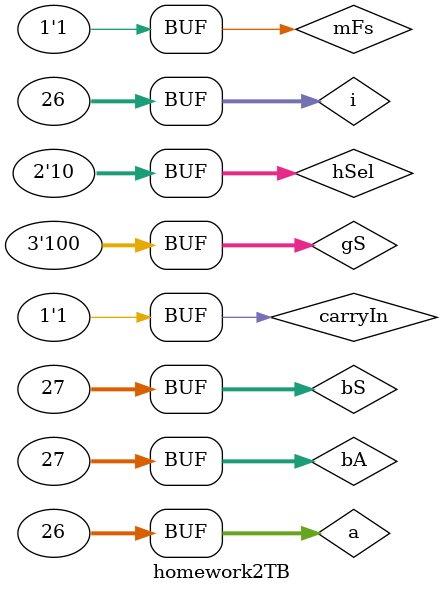
<source format=v>
`timescale 1ns / 1ps


module homework2TB;
    
    reg [2:0]      gS;
    reg       carryIn;
    reg [1:0]           hSel;
    reg           mFs;
    reg [31:0]      a;
    reg [31:0]      bA;
    reg [31:0]      bS;
    wire            v;
    wire            c;
    wire            n;
    wire            z;
    wire [31:0]     f;
    
    functionUnit uut (
        .gS(gS),
        .carryIn(carryIn),
        .hSel(hSel),
        .mFs(mFs),
        .a(a),
        .bA(bA),
        .bS(bS),
        .v(v),
        .c(c),
        .n(n),
        .z(z),
        .f(f)
    );
    
integer i;    
    
    initial begin
        
        #100
        hSel = 0;
        for(i=0; i<26; i = i+1)    // for loop steps through all functions one by one     
         begin                     // there is not a function for every int so a few steps are wasted 
          {mFs, gS, carryIn} = i;                  // but you can see in the simulation when stuff happens and actually changes 
          if(mFs == 1)
            hSel = hSel + 1;
          a = i + 1;               // a and b are set to i + 1 and i + 2 so that they are different and constantly changing 
          bA = i + 2;
          bS = i + 2;   
          #10;
         end
    end
endmodule

</source>
